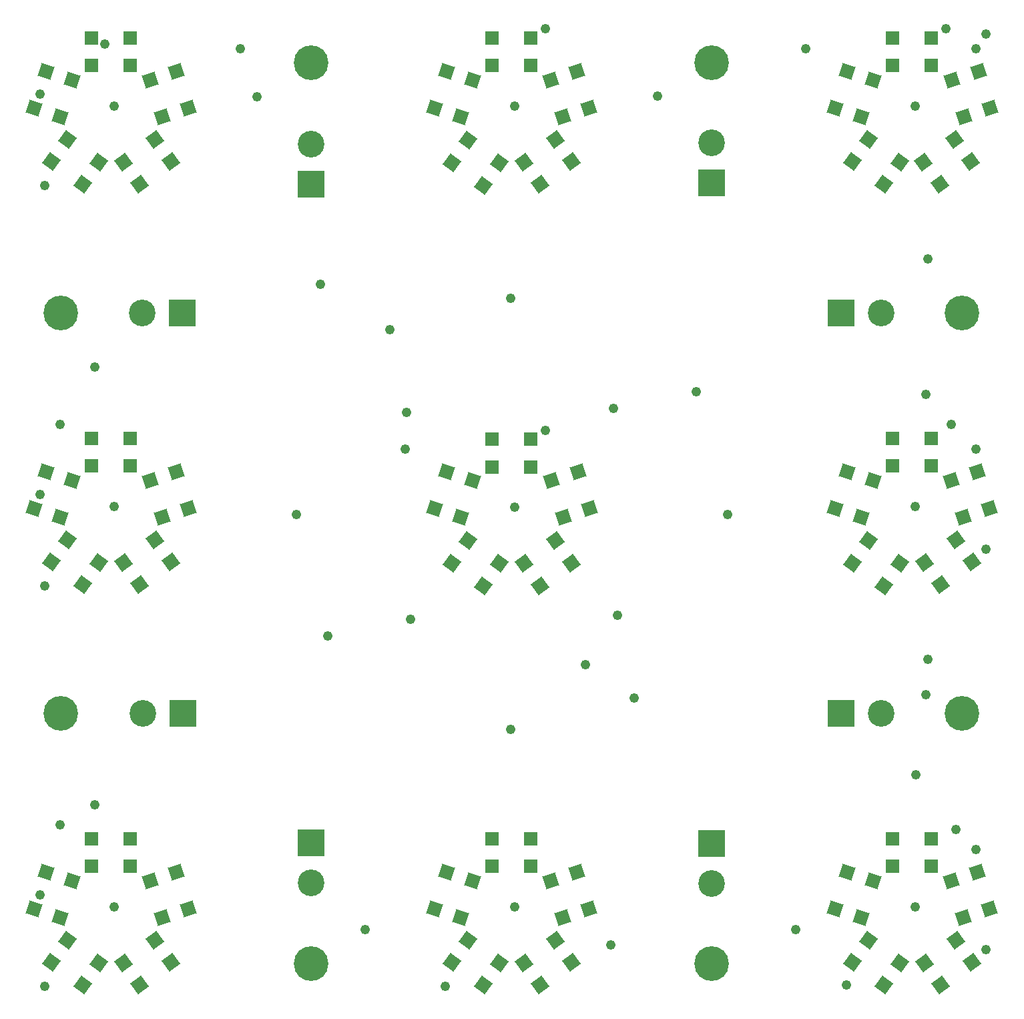
<source format=gts>
%FSLAX25Y25*%
%MOIN*%
G70*
G01*
G75*
G04 Layer_Color=128*
%ADD10P,0.08352X4X333.0*%
%ADD11P,0.08352X4X261.0*%
%ADD12P,0.08352X4X189.0*%
%ADD13P,0.08352X4X117.0*%
%ADD14R,0.05906X0.05906*%
%ADD15C,0.02500*%
%ADD16C,0.10000*%
%ADD17C,0.05000*%
%ADD18C,0.12500*%
%ADD19R,0.12500X0.12500*%
%ADD20R,0.12500X0.12500*%
%ADD21C,0.16500*%
%ADD22C,0.04000*%
%ADD23R,0.17716X0.12205*%
%ADD24R,0.12205X0.17716*%
G04:AMPARAMS|DCode=25|XSize=80mil|YSize=50mil|CornerRadius=0mil|HoleSize=0mil|Usage=FLASHONLY|Rotation=45.000|XOffset=0mil|YOffset=0mil|HoleType=Round|Shape=Rectangle|*
%AMROTATEDRECTD25*
4,1,4,-0.01061,-0.04596,-0.04596,-0.01061,0.01061,0.04596,0.04596,0.01061,-0.01061,-0.04596,0.0*
%
%ADD25ROTATEDRECTD25*%

%ADD26R,0.08000X0.05000*%
G04:AMPARAMS|DCode=27|XSize=80mil|YSize=50mil|CornerRadius=0mil|HoleSize=0mil|Usage=FLASHONLY|Rotation=315.000|XOffset=0mil|YOffset=0mil|HoleType=Round|Shape=Rectangle|*
%AMROTATEDRECTD27*
4,1,4,-0.04596,0.01061,-0.01061,0.04596,0.04596,-0.01061,0.01061,-0.04596,-0.04596,0.01061,0.0*
%
%ADD27ROTATEDRECTD27*%

%ADD28R,0.05000X0.08000*%
%ADD29C,0.01000*%
%ADD30C,0.01200*%
%ADD31C,0.01500*%
%ADD32P,0.06937X4X333.0*%
%ADD33P,0.06937X4X261.0*%
%ADD34P,0.06937X4X189.0*%
%ADD35P,0.06937X4X117.0*%
%ADD36R,0.04906X0.04906*%
%ADD37R,0.16716X0.11205*%
%ADD38R,0.11205X0.16716*%
G04:AMPARAMS|DCode=39|XSize=70mil|YSize=40mil|CornerRadius=0mil|HoleSize=0mil|Usage=FLASHONLY|Rotation=45.000|XOffset=0mil|YOffset=0mil|HoleType=Round|Shape=Rectangle|*
%AMROTATEDRECTD39*
4,1,4,-0.01061,-0.03889,-0.03889,-0.01061,0.01061,0.03889,0.03889,0.01061,-0.01061,-0.03889,0.0*
%
%ADD39ROTATEDRECTD39*%

%ADD40R,0.07000X0.04000*%
G04:AMPARAMS|DCode=41|XSize=70mil|YSize=40mil|CornerRadius=0mil|HoleSize=0mil|Usage=FLASHONLY|Rotation=315.000|XOffset=0mil|YOffset=0mil|HoleType=Round|Shape=Rectangle|*
%AMROTATEDRECTD41*
4,1,4,-0.03889,0.01061,-0.01061,0.03889,0.03889,-0.01061,0.01061,-0.03889,-0.03889,0.01061,0.0*
%
%ADD41ROTATEDRECTD41*%

%ADD42R,0.04000X0.07000*%
%ADD43P,0.09483X4X333.0*%
%ADD44P,0.09483X4X261.0*%
%ADD45P,0.09483X4X189.0*%
%ADD46P,0.09483X4X117.0*%
%ADD47R,0.06706X0.06706*%
%ADD48C,0.13300*%
%ADD49R,0.13300X0.13300*%
%ADD50R,0.13300X0.13300*%
%ADD51C,0.17300*%
%ADD52C,0.04800*%
D43*
X789533Y752955D02*
D03*
X776428Y748697D02*
D03*
X783572Y771303D02*
D03*
X770467Y767044D02*
D03*
X389033Y552955D02*
D03*
X375928Y548697D02*
D03*
X383072Y571303D02*
D03*
X369967Y567044D02*
D03*
X589533Y552955D02*
D03*
X576428Y548697D02*
D03*
X583572Y571303D02*
D03*
X570467Y567044D02*
D03*
X789033Y552955D02*
D03*
X775928Y548697D02*
D03*
X783072Y571303D02*
D03*
X769967Y567044D02*
D03*
X389033Y352956D02*
D03*
X375928Y348697D02*
D03*
X383072Y371303D02*
D03*
X369967Y367044D02*
D03*
X589033Y352956D02*
D03*
X575928Y348697D02*
D03*
X583072Y371303D02*
D03*
X569967Y367044D02*
D03*
X789033Y352956D02*
D03*
X775928Y348697D02*
D03*
X783072Y371303D02*
D03*
X769967Y367044D02*
D03*
X389033Y752955D02*
D03*
X375928Y748697D02*
D03*
X383072Y771303D02*
D03*
X369967Y767044D02*
D03*
X589033Y752955D02*
D03*
X575928Y748697D02*
D03*
X583072Y771303D02*
D03*
X569967Y767044D02*
D03*
D44*
X764246Y714756D02*
D03*
X756147Y725904D02*
D03*
X779853Y726096D02*
D03*
X771754Y737244D02*
D03*
X364746Y514756D02*
D03*
X356647Y525904D02*
D03*
X380353Y526096D02*
D03*
X372254Y537244D02*
D03*
X564746Y514256D02*
D03*
X556647Y525404D02*
D03*
X580353Y525596D02*
D03*
X572254Y536743D02*
D03*
X764746Y514756D02*
D03*
X756647Y525904D02*
D03*
X780353Y526096D02*
D03*
X772254Y537244D02*
D03*
X364746Y314756D02*
D03*
X356647Y325904D02*
D03*
X380353Y326096D02*
D03*
X372254Y337244D02*
D03*
X564746Y314756D02*
D03*
X556647Y325904D02*
D03*
X580353Y326096D02*
D03*
X572254Y337244D02*
D03*
X764746Y314756D02*
D03*
X756647Y325904D02*
D03*
X780353Y326096D02*
D03*
X772254Y337244D02*
D03*
X364746Y714756D02*
D03*
X356647Y725904D02*
D03*
X380353Y726096D02*
D03*
X372254Y737244D02*
D03*
X564746Y714756D02*
D03*
X556647Y725904D02*
D03*
X580353Y726096D02*
D03*
X572254Y737244D02*
D03*
D45*
X720647Y726096D02*
D03*
X728746Y737244D02*
D03*
X736254Y714756D02*
D03*
X744353Y725904D02*
D03*
X320647Y526096D02*
D03*
X328746Y537244D02*
D03*
X336254Y514756D02*
D03*
X344353Y525904D02*
D03*
X520647Y525596D02*
D03*
X528746Y536743D02*
D03*
X536254Y514256D02*
D03*
X544353Y525404D02*
D03*
X720647Y525596D02*
D03*
X728746Y536743D02*
D03*
X736254Y514256D02*
D03*
X744353Y525404D02*
D03*
X320647Y326096D02*
D03*
X328746Y337244D02*
D03*
X336254Y314756D02*
D03*
X344353Y325904D02*
D03*
X520647Y326096D02*
D03*
X528746Y337244D02*
D03*
X536254Y314756D02*
D03*
X544353Y325904D02*
D03*
X720647Y326096D02*
D03*
X728746Y337244D02*
D03*
X736254Y314756D02*
D03*
X744353Y325904D02*
D03*
X320647Y726096D02*
D03*
X328746Y737244D02*
D03*
X336254Y714756D02*
D03*
X344353Y725904D02*
D03*
X520647Y725596D02*
D03*
X528746Y736743D02*
D03*
X536254Y714256D02*
D03*
X544353Y725404D02*
D03*
D46*
X717928Y771303D02*
D03*
X731033Y767044D02*
D03*
X711967Y752955D02*
D03*
X725072Y748697D02*
D03*
X317928Y571303D02*
D03*
X331033Y567044D02*
D03*
X311967Y552955D02*
D03*
X325072Y548697D02*
D03*
X517928Y571303D02*
D03*
X531033Y567044D02*
D03*
X511967Y552955D02*
D03*
X525072Y548697D02*
D03*
X717928Y571303D02*
D03*
X731033Y567044D02*
D03*
X711967Y552955D02*
D03*
X725072Y548697D02*
D03*
X317928Y371303D02*
D03*
X331033Y367044D02*
D03*
X311967Y352956D02*
D03*
X325072Y348697D02*
D03*
X517928Y371303D02*
D03*
X531033Y367044D02*
D03*
X511967Y352956D02*
D03*
X525072Y348697D02*
D03*
X717928Y371303D02*
D03*
X731033Y367044D02*
D03*
X711967Y352956D02*
D03*
X725072Y348697D02*
D03*
X317928Y771303D02*
D03*
X331033Y767044D02*
D03*
X311967Y752955D02*
D03*
X325072Y748697D02*
D03*
X517928Y771303D02*
D03*
X531033Y767044D02*
D03*
X511967Y752955D02*
D03*
X525072Y748697D02*
D03*
D47*
X760146Y787890D02*
D03*
Y774110D02*
D03*
X740854Y787890D02*
D03*
Y774110D02*
D03*
X360146Y587890D02*
D03*
Y574110D02*
D03*
X340854Y587890D02*
D03*
Y574110D02*
D03*
X560146Y587390D02*
D03*
Y573610D02*
D03*
X540854Y587390D02*
D03*
Y573610D02*
D03*
X760146Y587890D02*
D03*
Y574110D02*
D03*
X740854Y587890D02*
D03*
Y574110D02*
D03*
X360146Y387890D02*
D03*
Y374110D02*
D03*
X340854Y387890D02*
D03*
Y374110D02*
D03*
X560146Y387890D02*
D03*
Y374110D02*
D03*
X540854Y387890D02*
D03*
Y374110D02*
D03*
X760146Y387890D02*
D03*
Y374110D02*
D03*
X740854Y387890D02*
D03*
Y374110D02*
D03*
X360146Y787890D02*
D03*
Y774110D02*
D03*
X340854Y787890D02*
D03*
Y774110D02*
D03*
X560146Y787890D02*
D03*
Y774110D02*
D03*
X540854Y787890D02*
D03*
Y774110D02*
D03*
D48*
X735000Y650500D02*
D03*
X650500Y735500D02*
D03*
X450500Y735000D02*
D03*
X366000Y650500D02*
D03*
X366500Y450500D02*
D03*
X450500Y366000D02*
D03*
X650500Y365500D02*
D03*
X735000Y450500D02*
D03*
D49*
X715000Y650500D02*
D03*
X386000D02*
D03*
X386500Y450500D02*
D03*
X715000D02*
D03*
D50*
X650500Y715500D02*
D03*
X450500Y715000D02*
D03*
Y386000D02*
D03*
X650500Y385500D02*
D03*
D51*
X450500Y775500D02*
D03*
X650500D02*
D03*
X775500Y650500D02*
D03*
Y450500D02*
D03*
X325500Y650500D02*
D03*
Y450500D02*
D03*
X450500Y325500D02*
D03*
X650500D02*
D03*
D52*
X757500Y460000D02*
D03*
X443000Y550000D02*
D03*
X550000Y442500D02*
D03*
X658500Y550000D02*
D03*
X550000Y658000D02*
D03*
X757500Y610000D02*
D03*
X787500Y790000D02*
D03*
X772500Y392500D02*
D03*
X770000Y595000D02*
D03*
X782500Y782500D02*
D03*
X497500Y582500D02*
D03*
X697500Y782500D02*
D03*
X352002Y754034D02*
D03*
X552002D02*
D03*
X752002D02*
D03*
Y554034D02*
D03*
X552002Y553534D02*
D03*
X352002Y554034D02*
D03*
Y354034D02*
D03*
X552002D02*
D03*
X752002D02*
D03*
X477500Y342500D02*
D03*
X692500D02*
D03*
X758500Y477500D02*
D03*
Y677500D02*
D03*
X623500Y759000D02*
D03*
X423500Y758500D02*
D03*
X342500Y623500D02*
D03*
Y405000D02*
D03*
X458748Y489252D02*
D03*
X500000Y497500D02*
D03*
X603500Y499500D02*
D03*
X611748Y458248D02*
D03*
X601500Y603000D02*
D03*
X642752Y611248D02*
D03*
X498000Y601000D02*
D03*
X489752Y642252D02*
D03*
X567500Y792500D02*
D03*
X767500D02*
D03*
X567500Y592000D02*
D03*
X415000Y782500D02*
D03*
X455000Y665000D02*
D03*
X752500Y420000D02*
D03*
X587500Y475000D02*
D03*
X782500Y382500D02*
D03*
X787500Y332500D02*
D03*
X717743Y314756D02*
D03*
X517500Y314179D02*
D03*
X600000Y334922D02*
D03*
X315000Y360000D02*
D03*
X317500Y314179D02*
D03*
X325000Y395000D02*
D03*
Y595000D02*
D03*
X317500Y514179D02*
D03*
X315000Y560000D02*
D03*
X787500Y532500D02*
D03*
X782500Y582500D02*
D03*
X315000Y760000D02*
D03*
X317500Y714179D02*
D03*
X347500Y785000D02*
D03*
M02*

</source>
